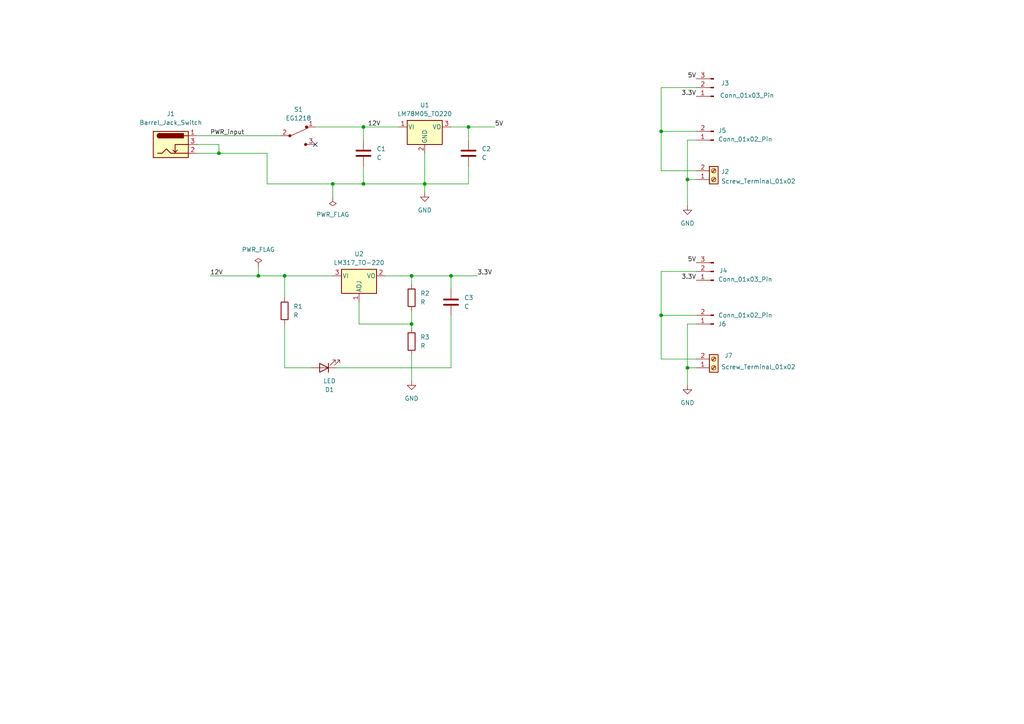
<source format=kicad_sch>
(kicad_sch (version 20231120) (generator "eeschema") (generator_version "8.0")
  (paper "A4")
  (lib_symbols
    (symbol "Connector:Barrel_Jack_Switch" (pin_names hide)
      (property "Reference" "J" (at 0 5.334 0))
      (property "Value" "Barrel_Jack_Switch" (at 0 -5.08 0))
      (symbol "Barrel_Jack_Switch_0_1"
        (rectangle (start -5.08 3.81) (end 5.08 -3.81) (stroke (width 0.254)) (fill (type background)))
        (arc (start -3.302 3.175) (mid -3.9343 2.54) (end -3.302 1.905) (stroke (width 0.254)))
        (arc (start -3.302 3.175) (mid -3.9343 2.54) (end -3.302 1.905) (stroke (width 0.254)) (fill (type outline)))
        (polyline (pts (xy 1.27 -2.286) (xy 1.905 -1.651)) (stroke (width 0.254)))
        (polyline (pts (xy 5.08 2.54) (xy 3.81 2.54)) (stroke (width 0.254)))
        (polyline (pts (xy 5.08 0) (xy 1.27 0) (xy 1.27 -2.286) (xy 0.635 -1.651)) (stroke (width 0.254)))
        (polyline (pts (xy -3.81 -2.54) (xy -2.54 -2.54) (xy -1.27 -1.27) (xy 0 -2.54) (xy 2.54 -2.54) (xy 5.08 -2.54)) (stroke (width 0.254)))
        (rectangle (start 3.683 3.175) (end -3.302 1.905) (stroke (width 0.254)) (fill (type outline)))
      )
      (symbol "Barrel_Jack_Switch_1_1"
        (pin passive line (at 7.62 2.54 180) (length 2.54) (name "~") (number "1"))
        (pin passive line (at 7.62 -2.54 180) (length 2.54) (name "~") (number "2"))
        (pin passive line (at 7.62 0 180) (length 2.54) (name "~") (number "3"))
      )
    )
    (symbol "Connector:Conn_01x02_Pin" (pin_names (offset 1.016) hide)
      (property "Reference" "J" (at 0 2.54 0))
      (property "Value" "Conn_01x02_Pin" (at 0 -5.08 0))
      (symbol "Conn_01x02_Pin_1_1"
        (polyline (pts (xy 1.27 -2.54) (xy 0.8636 -2.54)) (stroke (width 0.1524)))
        (polyline (pts (xy 1.27 0) (xy 0.8636 0)) (stroke (width 0.1524)))
        (rectangle (start 0.8636 -2.413) (end 0 -2.667) (stroke (width 0.1524)) (fill (type outline)))
        (rectangle (start 0.8636 0.127) (end 0 -0.127) (stroke (width 0.1524)) (fill (type outline)))
        (pin passive line (at 5.08 0 180) (length 3.81) (name "Pin_1") (number "1"))
        (pin passive line (at 5.08 -2.54 180) (length 3.81) (name "Pin_2") (number "2"))
      )
    )
    (symbol "Connector:Conn_01x03_Pin" (pin_names (offset 1.016) hide)
      (property "Reference" "J" (at 0 5.08 0))
      (property "Value" "Conn_01x03_Pin" (at 0 -5.08 0))
      (symbol "Conn_01x03_Pin_1_1"
        (polyline (pts (xy 1.27 -2.54) (xy 0.8636 -2.54)) (stroke (width 0.1524)))
        (polyline (pts (xy 1.27 0) (xy 0.8636 0)) (stroke (width 0.1524)))
        (polyline (pts (xy 1.27 2.54) (xy 0.8636 2.54)) (stroke (width 0.1524)))
        (rectangle (start 0.8636 -2.413) (end 0 -2.667) (stroke (width 0.1524)) (fill (type outline)))
        (rectangle (start 0.8636 0.127) (end 0 -0.127) (stroke (width 0.1524)) (fill (type outline)))
        (rectangle (start 0.8636 2.667) (end 0 2.413) (stroke (width 0.1524)) (fill (type outline)))
        (pin passive line (at 5.08 2.54 180) (length 3.81) (name "Pin_1") (number "1"))
        (pin passive line (at 5.08 0 180) (length 3.81) (name "Pin_2") (number "2"))
        (pin passive line (at 5.08 -2.54 180) (length 3.81) (name "Pin_3") (number "3"))
      )
    )
    (symbol "Connector:Screw_Terminal_01x02" (pin_names (offset 1.016) hide)
      (property "Reference" "J" (at 0 2.54 0))
      (property "Value" "Screw_Terminal_01x02" (at 0 -5.08 0))
      (symbol "Screw_Terminal_01x02_1_1"
        (rectangle (start -1.27 1.27) (end 1.27 -3.81) (stroke (width 0.254)) (fill (type background)))
        (circle (center 0 -2.54) (radius 0.635) (stroke (width 0.1524)))
        (polyline (pts (xy -0.5334 -2.2098) (xy 0.3302 -3.048)) (stroke (width 0.1524)))
        (polyline (pts (xy -0.5334 0.3302) (xy 0.3302 -0.508)) (stroke (width 0.1524)))
        (polyline (pts (xy -0.3556 -2.032) (xy 0.508 -2.8702)) (stroke (width 0.1524)))
        (polyline (pts (xy -0.3556 0.508) (xy 0.508 -0.3302)) (stroke (width 0.1524)))
        (circle (center 0 0) (radius 0.635) (stroke (width 0.1524)))
        (pin passive line (at -5.08 0 0) (length 3.81) (name "Pin_1") (number "1"))
        (pin passive line (at -5.08 -2.54 0) (length 3.81) (name "Pin_2") (number "2"))
      )
    )
    (symbol "Device:C" (pin_numbers hide) (pin_names (offset 0.254))
      (property "Reference" "C" (at 0.635 2.54 0))
      (property "Value" "C" (at 0.635 -2.54 0))
      (symbol "C_0_1"
        (polyline (pts (xy -2.032 -0.762) (xy 2.032 -0.762)) (stroke (width 0.508)))
        (polyline (pts (xy -2.032 0.762) (xy 2.032 0.762)) (stroke (width 0.508)))
      )
      (symbol "C_1_1"
        (pin passive line (at 0 3.81 270) (length 2.794) (name "~") (number "1"))
        (pin passive line (at 0 -3.81 90) (length 2.794) (name "~") (number "2"))
      )
    )
    (symbol "Device:LED" (pin_numbers hide) (pin_names (offset 1.016) hide)
      (property "Reference" "D" (at 0 2.54 0))
      (property "Value" "LED" (at 0 -2.54 0))
      (symbol "LED_0_1"
        (polyline (pts (xy -1.27 -1.27) (xy -1.27 1.27)) (stroke (width 0.254)))
        (polyline (pts (xy -1.27 0) (xy 1.27 0)))
        (polyline (pts (xy 1.27 -1.27) (xy 1.27 1.27) (xy -1.27 0) (xy 1.27 -1.27)) (stroke (width 0.254)))
        (polyline (pts (xy -3.048 -0.762) (xy -4.572 -2.286) (xy -3.81 -2.286) (xy -4.572 -2.286) (xy -4.572 -1.524)))
        (polyline (pts (xy -1.778 -0.762) (xy -3.302 -2.286) (xy -2.54 -2.286) (xy -3.302 -2.286) (xy -3.302 -1.524)))
      )
      (symbol "LED_1_1"
        (pin passive line (at -3.81 0 0) (length 2.54) (name "K") (number "1"))
        (pin passive line (at 3.81 0 180) (length 2.54) (name "A") (number "2"))
      )
    )
    (symbol "Device:R" (pin_numbers hide) (pin_names (offset 0))
      (property "Reference" "R" (at 2.032 0 90))
      (property "Value" "R" (at 0 0 90))
      (symbol "R_0_1"
        (rectangle (start -1.016 -2.54) (end 1.016 2.54) (stroke (width 0.254)))
      )
      (symbol "R_1_1"
        (pin passive line (at 0 3.81 270) (length 1.27) (name "~") (number "1"))
        (pin passive line (at 0 -3.81 90) (length 1.27) (name "~") (number "2"))
      )
    )
    (symbol "Regulator_Linear:LM317_TO-220" (pin_names (offset 0.254))
      (property "Reference" "U" (at -3.81 3.175 0))
      (property "Value" "LM317_TO-220" (at 0 3.175 0))
      (symbol "LM317_TO-220_0_1"
        (rectangle (start -5.08 1.905) (end 5.08 -5.08) (stroke (width 0.254)) (fill (type background)))
      )
      (symbol "LM317_TO-220_1_1"
        (pin input line (at 0 -7.62 90) (length 2.54) (name "ADJ") (number "1"))
        (pin power_out line (at 7.62 0 180) (length 2.54) (name "VO") (number "2"))
        (pin power_in line (at -7.62 0 0) (length 2.54) (name "VI") (number "3"))
      )
    )
    (symbol "Regulator_Linear:LM78M05_TO220" (pin_names (offset 0.254))
      (property "Reference" "U" (at -3.81 3.175 0))
      (property "Value" "LM78M05_TO220" (at 0 3.175 0))
      (symbol "LM78M05_TO220_0_1"
        (rectangle (start -5.08 1.905) (end 5.08 -5.08) (stroke (width 0.254)) (fill (type background)))
      )
      (symbol "LM78M05_TO220_1_1"
        (pin power_in line (at -7.62 0 0) (length 2.54) (name "VI") (number "1"))
        (pin power_in line (at 0 -7.62 90) (length 2.54) (name "GND") (number "2"))
        (pin power_out line (at 7.62 0 180) (length 2.54) (name "VO") (number "3"))
      )
    )
    (symbol "power:GND" (power) (pin_numbers hide) (pin_names (offset 0) hide)
      (property "Value" "GND" (at 0 -3.81 0))
      (symbol "GND_0_1"
        (polyline (pts (xy 0 0) (xy 0 -1.27) (xy 1.27 -1.27) (xy 0 -2.54) (xy -1.27 -1.27) (xy 0 -1.27)))
      )
      (symbol "GND_1_1"
        (pin power_in line (at 0 0 270) (length 0) (name "~") (number "1"))
      )
    )
    (symbol "power:PWR_FLAG" (power) (pin_numbers hide) (pin_names (offset 0) hide)
      (property "Value" "PWR_FLAG" (at 0 3.81 0))
      (symbol "PWR_FLAG_0_0"
        (pin power_out line (at 0 0 90) (length 0) (name "~") (number "1"))
      )
      (symbol "PWR_FLAG_0_1"
        (polyline (pts (xy 0 0) (xy 0 1.27) (xy -1.016 1.905) (xy 0 2.54) (xy 1.016 1.905) (xy 0 1.27)))
      )
    )
    (symbol "temp:EG1218" (pin_names (offset 0))
      (property "Reference" "S" (at -3.81 2.286 0))
      (property "Value" "EG1218" (at 0 -5.334 0))
      (symbol "EG1218_0_1"
        (circle (center -2.286 0) (radius 0.3556) (fill (type outline)))
        (polyline (pts (xy -2.032 0) (xy 3.048 2.286)))
        (circle (center 2.286 -2.54) (radius 0.3556) (fill (type outline)))
        (circle (center 2.54 2.54) (radius 0.3556) (fill (type outline)))
      )
      (symbol "EG1218_1_1"
        (pin passive line (at 5.08 2.54 180) (length 2.54) (name "~") (number "1"))
        (pin passive line (at -5.08 0 0) (length 2.54) (name "~") (number "2"))
        (pin passive line (at 5.08 -2.54 180) (length 2.54) (name "~") (number "3"))
      )
    )
  )
  (junction (at 130.81 80.01))
  (junction (at 199.39 52.07))
  (junction (at 96.52 53.34))
  (junction (at 135.89 36.83))
  (junction (at 119.38 80.01))
  (junction (at 191.77 91.44))
  (junction (at 199.39 106.68))
  (junction (at 74.93 80.01))
  (junction (at 119.38 93.98))
  (junction (at 63.5 44.45))
  (junction (at 82.55 80.01))
  (junction (at 191.77 38.1))
  (junction (at 105.41 36.83))
  (junction (at 105.41 53.34))
  (junction (at 123.19 53.34))
  (no_connect (at 91.44 41.91))
  (wire (pts (xy 123.19 53.34) (xy 123.19 55.88)))
  (wire (pts (xy 119.38 102.87) (xy 119.38 110.49)))
  (wire (pts (xy 63.5 44.45) (xy 77.47 44.45)))
  (wire (pts (xy 105.41 48.26) (xy 105.41 53.34)))
  (wire (pts (xy 135.89 36.83) (xy 135.89 40.64)))
  (wire (pts (xy 199.39 106.68) (xy 201.93 106.68)))
  (wire (pts (xy 201.93 40.64) (xy 199.39 40.64)))
  (wire (pts (xy 105.41 36.83) (xy 105.41 40.64)))
  (wire (pts (xy 201.93 49.53) (xy 191.77 49.53)))
  (wire (pts (xy 135.89 48.26) (xy 135.89 53.34)))
  (wire (pts (xy 199.39 93.98) (xy 199.39 106.68)))
  (wire (pts (xy 130.81 36.83) (xy 135.89 36.83)))
  (wire (pts (xy 104.14 93.98) (xy 119.38 93.98)))
  (wire (pts (xy 191.77 104.14) (xy 201.93 104.14)))
  (wire (pts (xy 130.81 80.01) (xy 130.81 83.82)))
  (wire (pts (xy 57.15 41.91) (xy 63.5 41.91)))
  (wire (pts (xy 191.77 25.4) (xy 201.93 25.4)))
  (wire (pts (xy 119.38 80.01) (xy 119.38 82.55)))
  (wire (pts (xy 199.39 40.64) (xy 199.39 52.07)))
  (wire (pts (xy 96.52 57.15) (xy 96.52 53.34)))
  (wire (pts (xy 91.44 36.83) (xy 105.41 36.83)))
  (wire (pts (xy 74.93 77.47) (xy 74.93 80.01)))
  (wire (pts (xy 135.89 36.83) (xy 143.51 36.83)))
  (wire (pts (xy 63.5 41.91) (xy 63.5 44.45)))
  (wire (pts (xy 82.55 106.68) (xy 90.17 106.68)))
  (wire (pts (xy 191.77 91.44) (xy 191.77 104.14)))
  (wire (pts (xy 199.39 106.68) (xy 199.39 111.76)))
  (wire (pts (xy 82.55 80.01) (xy 96.52 80.01)))
  (wire (pts (xy 60.96 80.01) (xy 74.93 80.01)))
  (wire (pts (xy 111.76 80.01) (xy 119.38 80.01)))
  (wire (pts (xy 77.47 53.34) (xy 96.52 53.34)))
  (wire (pts (xy 105.41 36.83) (xy 115.57 36.83)))
  (wire (pts (xy 82.55 80.01) (xy 82.55 86.36)))
  (wire (pts (xy 191.77 78.74) (xy 191.77 91.44)))
  (wire (pts (xy 82.55 93.98) (xy 82.55 106.68)))
  (wire (pts (xy 57.15 39.37) (xy 81.28 39.37)))
  (wire (pts (xy 123.19 53.34) (xy 135.89 53.34)))
  (wire (pts (xy 191.77 38.1) (xy 201.93 38.1)))
  (wire (pts (xy 130.81 106.68) (xy 130.81 91.44)))
  (wire (pts (xy 201.93 52.07) (xy 199.39 52.07)))
  (wire (pts (xy 201.93 78.74) (xy 191.77 78.74)))
  (wire (pts (xy 105.41 53.34) (xy 123.19 53.34)))
  (wire (pts (xy 119.38 93.98) (xy 119.38 95.25)))
  (wire (pts (xy 104.14 87.63) (xy 104.14 93.98)))
  (wire (pts (xy 77.47 44.45) (xy 77.47 53.34)))
  (wire (pts (xy 191.77 49.53) (xy 191.77 38.1)))
  (wire (pts (xy 119.38 80.01) (xy 130.81 80.01)))
  (wire (pts (xy 57.15 44.45) (xy 63.5 44.45)))
  (wire (pts (xy 74.93 80.01) (xy 82.55 80.01)))
  (wire (pts (xy 199.39 52.07) (xy 199.39 59.69)))
  (wire (pts (xy 97.79 106.68) (xy 130.81 106.68)))
  (wire (pts (xy 201.93 93.98) (xy 199.39 93.98)))
  (wire (pts (xy 123.19 44.45) (xy 123.19 53.34)))
  (wire (pts (xy 119.38 90.17) (xy 119.38 93.98)))
  (wire (pts (xy 96.52 53.34) (xy 105.41 53.34)))
  (wire (pts (xy 201.93 91.44) (xy 191.77 91.44)))
  (wire (pts (xy 191.77 38.1) (xy 191.77 25.4)))
  (wire (pts (xy 130.81 80.01) (xy 138.43 80.01)))
  (label "12V" (at 106.68 36.83 0))
  (label "5V" (at 201.93 76.2 180))
  (label "3.3V" (at 201.93 27.94 180))
  (label "5V" (at 143.51 36.83 0))
  (label "3.3V" (at 201.93 81.28 180))
  (label "12V" (at 60.96 80.01 0))
  (label "PWR_input" (at 60.96 39.37 0))
  (label "5V" (at 201.93 22.86 180))
  (label "3.3V" (at 138.43 80.01 0))
  (symbol (lib_id "Regulator_Linear:LM317_TO-220") (at 104.14 80.01 0) (unit 1)
    (property "Reference" "U2" (at 104.14 73.66 0))
    (property "Value" "LM317_TO-220" (at 104.14 76.2 0))
    (property "Footprint" "Package_TO_SOT_THT:TO-220-3_Vertical" (effects (hide yes)))
    (property "Datasheet" "http://www.ti.com/lit/ds/symlink/lm317.pdf" (effects (hide yes)))
    (property "Description" "1.5A 35V Adjustable Linear Regulator, TO-220" (effects (hide yes)))
  )
  (symbol (lib_id "Connector:Conn_01x02_Pin") (at 207.01 40.64 180) (unit 1)
    (property "Reference" "J5" (at 208.28 37.846 0) (effects (justify right)))
    (property "Value" "Conn_01x02_Pin" (at 208.28 40.386 0) (effects (justify right)))
    (property "Footprint" "Connector_PinHeader_1.27mm:PinHeader_1x02_P1.27mm_Vertical" (effects (hide yes)))
    (property "Description" "Generic connector, single row, 01x02, script generated" (effects (hide yes)))
  )
  (symbol (lib_id "Connector:Conn_01x02_Pin") (at 207.01 93.98 180) (unit 1)
    (property "Reference" "J6" (at 208.28 93.9801 0) (effects (justify right)))
    (property "Value" "Conn_01x02_Pin" (at 208.28 91.4401 0) (effects (justify right)))
    (property "Footprint" "Connector_PinHeader_1.27mm:PinHeader_1x02_P1.27mm_Vertical" (effects (hide yes)))
    (property "Description" "Generic connector, single row, 01x02, script generated" (effects (hide yes)))
  )
  (symbol (lib_id "power:GND") (at 199.39 111.76 0) (unit 1)
    (property "Reference" "#PWR03" (effects (hide yes)))
    (property "Value" "GND" (at 199.39 116.84 0))
    (property "Description" "Power symbol creates a global label with name \"GND\" , ground" (effects (hide yes)))
  )
  (symbol (lib_id "Connector:Barrel_Jack_Switch") (at 49.53 41.91 0) (unit 1)
    (property "Reference" "J1" (at 49.53 33.02 0))
    (property "Value" "Barrel_Jack_Switch" (at 49.53 35.56 0))
    (property "Footprint" "Connector_BarrelJack:BarrelJack_Horizontal" (effects (hide yes)))
    (property "Description" "DC Barrel Jack with an internal switch" (effects (hide yes)))
  )
  (symbol (lib_id "Connector:Conn_01x03_Pin") (at 207.01 25.4 180) (unit 1)
    (property "Reference" "J3" (at 210.312 24.13 0))
    (property "Value" "Conn_01x03_Pin" (at 216.662 27.686 0))
    (property "Footprint" "Connector_PinHeader_1.27mm:PinHeader_1x03_P1.27mm_Vertical" (effects (hide yes)))
    (property "Description" "Generic connector, single row, 01x03, script generated" (effects (hide yes)))
  )
  (symbol (lib_id "Regulator_Linear:LM78M05_TO220") (at 123.19 36.83 0) (unit 1)
    (property "Reference" "U1" (at 123.19 30.48 0))
    (property "Value" "LM78M05_TO220" (at 123.19 33.02 0))
    (property "Footprint" "Package_TO_SOT_THT:TO-220-3_Vertical" (effects (hide yes)))
    (property "Datasheet" "https://www.onsemi.com/pub/Collateral/MC78M00-D.PDF" (effects (hide yes)))
    (property "Description" "Positive 500mA 35V Linear Regulator, Fixed Output 5V, TO-220" (effects (hide yes)))
  )
  (symbol (lib_id "Device:C") (at 135.89 44.45 0) (unit 1)
    (property "Reference" "C2" (at 139.7 43.1799 0) (effects (justify left)))
    (property "Value" "C" (at 139.7 45.7199 0) (effects (justify left)))
    (property "Footprint" "Capacitor_THT:C_Disc_D3.0mm_W1.6mm_P2.50mm" (effects (hide yes)))
    (property "Description" "Unpolarized capacitor" (effects (hide yes)))
  )
  (symbol (lib_id "power:GND") (at 119.38 110.49 0) (unit 1)
    (property "Reference" "#PWR02" (effects (hide yes)))
    (property "Value" "GND" (at 119.38 115.57 0))
    (property "Description" "Power symbol creates a global label with name \"GND\" , ground" (effects (hide yes)))
  )
  (symbol (lib_id "Connector:Conn_01x03_Pin") (at 207.01 78.74 180) (unit 1)
    (property "Reference" "J4" (at 209.804 78.486 0))
    (property "Value" "Conn_01x03_Pin" (at 216.154 81.026 0))
    (property "Footprint" "Connector_PinHeader_1.27mm:PinHeader_1x03_P1.27mm_Vertical" (effects (hide yes)))
    (property "Description" "Generic connector, single row, 01x03, script generated" (effects (hide yes)))
  )
  (symbol (lib_id "power:GND") (at 199.39 59.69 0) (unit 1)
    (property "Reference" "#PWR04" (effects (hide yes)))
    (property "Value" "GND" (at 199.39 64.77 0))
    (property "Description" "Power symbol creates a global label with name \"GND\" , ground" (effects (hide yes)))
  )
  (symbol (lib_id "power:PWR_FLAG") (at 74.93 77.47 0) (unit 1)
    (property "Reference" "#FLG01" (effects (hide yes)))
    (property "Value" "PWR_FLAG" (at 74.93 72.39 0))
    (property "Description" "Special symbol for telling ERC where power comes from" (effects (hide yes)))
  )
  (symbol (lib_id "Device:LED") (at 93.98 106.68 180) (unit 1)
    (property "Reference" "D1" (at 95.5675 113.03 0))
    (property "Value" "LED" (at 95.5675 110.49 0))
    (property "Footprint" "LED_THT:LED_D3.0mm" (effects (hide yes)))
    (property "Description" "Light emitting diode" (effects (hide yes)))
  )
  (symbol (lib_id "Device:R") (at 82.55 90.17 0) (unit 1)
    (property "Reference" "R1" (at 85.09 88.8999 0) (effects (justify left)))
    (property "Value" "R" (at 85.09 91.4399 0) (effects (justify left)))
    (property "Footprint" "Resistor_THT:R_Axial_DIN0204_L3.6mm_D1.6mm_P7.62mm_Horizontal" (effects (hide yes)))
    (property "Description" "Resistor" (effects (hide yes)))
  )
  (symbol (lib_id "Device:R") (at 119.38 86.36 0) (unit 1)
    (property "Reference" "R2" (at 121.92 85.0899 0) (effects (justify left)))
    (property "Value" "R" (at 121.92 87.6299 0) (effects (justify left)))
    (property "Footprint" "Resistor_THT:R_Axial_DIN0204_L3.6mm_D1.6mm_P7.62mm_Horizontal" (effects (hide yes)))
    (property "Description" "Resistor" (effects (hide yes)))
  )
  (symbol (lib_id "Device:C") (at 130.81 87.63 0) (unit 1)
    (property "Reference" "C3" (at 134.62 86.3599 0) (effects (justify left)))
    (property "Value" "C" (at 134.62 88.8999 0) (effects (justify left)))
    (property "Footprint" "Capacitor_THT:C_Disc_D3.0mm_W1.6mm_P2.50mm" (effects (hide yes)))
    (property "Description" "Unpolarized capacitor" (effects (hide yes)))
  )
  (symbol (lib_id "power:GND") (at 123.19 55.88 0) (unit 1)
    (property "Reference" "#PWR01" (effects (hide yes)))
    (property "Value" "GND" (at 123.19 60.96 0))
    (property "Description" "Power symbol creates a global label with name \"GND\" , ground" (effects (hide yes)))
  )
  (symbol (lib_id "power:PWR_FLAG") (at 96.52 57.15 180) (unit 1)
    (property "Reference" "#FLG02" (effects (hide yes)))
    (property "Value" "PWR_FLAG" (at 96.52 62.23 0))
    (property "Description" "Special symbol for telling ERC where power comes from" (effects (hide yes)))
  )
  (symbol (lib_id "Device:C") (at 105.41 44.45 0) (unit 1)
    (property "Reference" "C1" (at 109.22 43.1799 0) (effects (justify left)))
    (property "Value" "C" (at 109.22 45.7199 0) (effects (justify left)))
    (property "Footprint" "Capacitor_THT:C_Disc_D3.0mm_W1.6mm_P2.50mm" (effects (hide yes)))
    (property "Description" "Unpolarized capacitor" (effects (hide yes)))
  )
  (symbol (lib_id "Connector:Screw_Terminal_01x02") (at 207.01 106.68 0) (mirror x) (unit 1)
    (property "Reference" "J7" (at 211.328 103.124 0))
    (property "Value" "Screw_Terminal_01x02" (at 219.964 106.426 0))
    (property "Footprint" "TerminalBlock:TerminalBlock_bornier-2_P5.08mm" (effects (hide yes)))
    (property "Description" "Generic screw terminal, single row, 01x02, script generated (kicad-library-utils/schlib/autogen/connector/)" (effects (hide yes)))
  )
  (symbol (lib_id "temp:EG1218") (at 86.36 39.37 0) (unit 1)
    (property "Reference" "S1" (at 86.5632 31.75 0))
    (property "Value" "EG1218" (at 86.5632 34.29 0))
    (property "Footprint" "digikey-footprints:Switch_Slide_11.6x4mm_EG1218" (effects (hide yes)))
    (property "Datasheet" "http://spec_sheets.e-switch.com/specs/P040040.pdf" (effects (hide yes)))
    (property "Description" "SWITCH SLIDE SPDT 200MA 30V" (effects (hide yes)))
    (property "Digi-Key_PN" "EG1903-ND" (effects (hide yes)))
    (property "MPN" "EG1218" (effects (hide yes)))
    (property "Category" "Switches" (effects (hide yes)))
    (property "Family" "Slide Switches" (effects (hide yes)))
    (property "DK_Datasheet_Link" "http://spec_sheets.e-switch.com/specs/P040040.pdf" (effects (hide yes)))
    (property "DK_Detail_Page" "/product-detail/en/e-switch/EG1218/EG1903-ND/101726" (effects (hide yes)))
    (property "Description_1" "SWITCH SLIDE SPDT 200MA 30V" (effects (hide yes)))
    (property "Manufacturer" "E-Switch" (effects (hide yes)))
    (property "Status" "Active" (effects (hide yes)))
  )
  (symbol (lib_id "Connector:Screw_Terminal_01x02") (at 207.01 52.07 0) (mirror x) (unit 1)
    (property "Reference" "J2" (at 210.312 49.784 0))
    (property "Value" "Screw_Terminal_01x02" (at 219.964 52.578 0))
    (property "Footprint" "TerminalBlock:TerminalBlock_bornier-2_P5.08mm" (effects (hide yes)))
    (property "Description" "Generic screw terminal, single row, 01x02, script generated (kicad-library-utils/schlib/autogen/connector/)" (effects (hide yes)))
  )
  (symbol (lib_id "Device:R") (at 119.38 99.06 0) (unit 1)
    (property "Reference" "R3" (at 121.92 97.7899 0) (effects (justify left)))
    (property "Value" "R" (at 121.92 100.3299 0) (effects (justify left)))
    (property "Footprint" "Resistor_THT:R_Axial_DIN0204_L3.6mm_D1.6mm_P7.62mm_Horizontal" (effects (hide yes)))
    (property "Description" "Resistor" (effects (hide yes)))
  )
)
</source>
